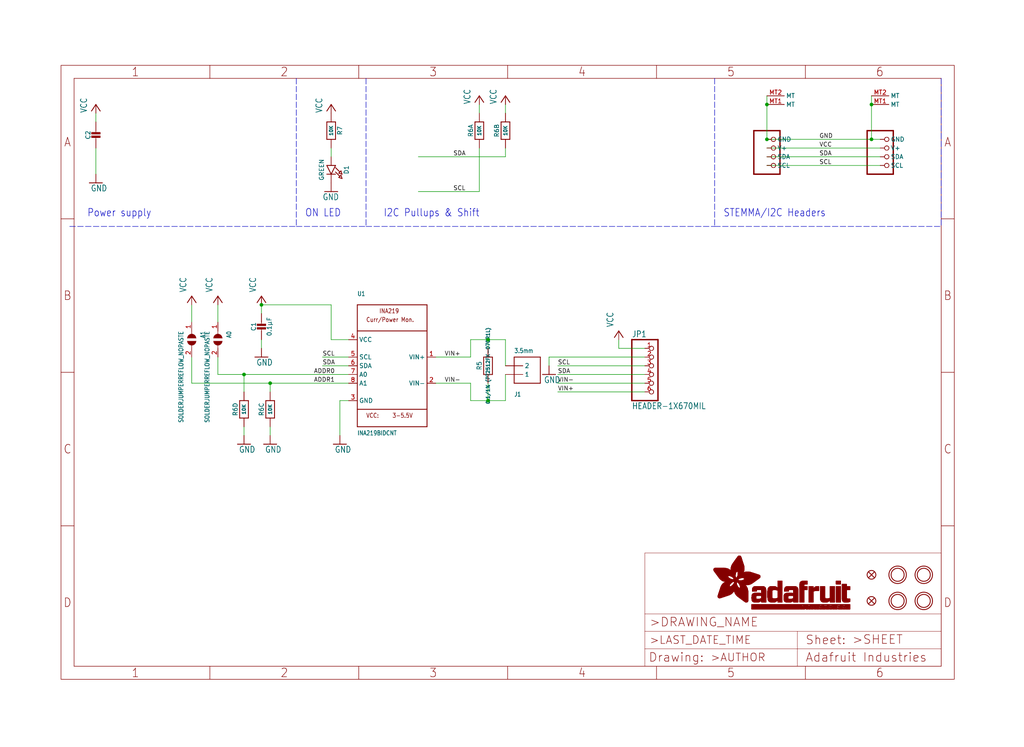
<source format=kicad_sch>
(kicad_sch (version 20211123) (generator eeschema)
  (paper "User" 298.45 217.881)
  (lib_symbols
    (symbol "eagleSchem-eagle-import:CAP_CERAMIC0603_NO"
      (property "Reference" "C" (at -2.29 1.25 90))
      (property "Value" "CAP_CERAMIC0603_NO" (at 2.3 1.25 90))
      (symbol "CAP_CERAMIC0603_NO_1_0"
        (pin passive line (at 0 5.08 270) (length 2.54) (name "1") (number "1"))
        (pin passive line (at 0 -2.54 90) (length 2.54) (name "2") (number "2"))
      )
    )
    (symbol "eagleSchem-eagle-import:CAP_CERAMIC0805-NOOUTLINE"
      (property "Reference" "C" (at -2.29 1.25 90))
      (property "Value" "CAP_CERAMIC0805-NOOUTLINE" (at 2.3 1.25 90))
      (symbol "CAP_CERAMIC0805-NOOUTLINE_1_0"
        (pin passive line (at 0 5.08 270) (length 2.54) (name "1") (number "1"))
        (pin passive line (at 0 -2.54 90) (length 2.54) (name "2") (number "2"))
      )
    )
    (symbol "eagleSchem-eagle-import:FIDUCIAL_1MM")
    (symbol "eagleSchem-eagle-import:FRAME_A4_ADAFRUIT"
      (symbol "FRAME_A4_ADAFRUIT_0_0"
        (text "1" (at 21.6958 1.905 0) (effects (font (size 2.54 2.286))))
        (text "1" (at 21.6958 177.165 0) (effects (font (size 2.54 2.286))))
        (text "2" (at 65.0875 1.905 0) (effects (font (size 2.54 2.286))))
        (text "2" (at 65.0875 177.165 0) (effects (font (size 2.54 2.286))))
        (text "3" (at 108.4792 1.905 0) (effects (font (size 2.54 2.286))))
        (text "3" (at 108.4792 177.165 0) (effects (font (size 2.54 2.286))))
        (text "4" (at 151.8708 1.905 0) (effects (font (size 2.54 2.286))))
        (text "4" (at 151.8708 177.165 0) (effects (font (size 2.54 2.286))))
        (text "5" (at 195.2625 1.905 0) (effects (font (size 2.54 2.286))))
        (text "5" (at 195.2625 177.165 0) (effects (font (size 2.54 2.286))))
        (text "6" (at 238.6542 1.905 0) (effects (font (size 2.54 2.286))))
        (text "6" (at 238.6542 177.165 0) (effects (font (size 2.54 2.286))))
        (text "A" (at 1.905 156.6863 0) (effects (font (size 2.54 2.286))))
        (text "A" (at 258.445 156.6863 0) (effects (font (size 2.54 2.286))))
        (text "B" (at 1.905 111.9188 0) (effects (font (size 2.54 2.286))))
        (text "B" (at 258.445 111.9188 0) (effects (font (size 2.54 2.286))))
        (text "C" (at 1.905 67.1513 0) (effects (font (size 2.54 2.286))))
        (text "C" (at 258.445 67.1513 0) (effects (font (size 2.54 2.286))))
        (text "D" (at 1.905 22.3838 0) (effects (font (size 2.54 2.286))))
        (text "D" (at 258.445 22.3838 0) (effects (font (size 2.54 2.286))))
      )
      (symbol "FRAME_A4_ADAFRUIT_1_0"
        (text ">AUTHOR" (at 189.23 5.08 0) (effects (font (size 2.286 2.286)) (justify left bottom)))
        (text ">DRAWING_NAME" (at 171.45 15.24 0) (effects (font (size 2.54 2.54)) (justify left bottom)))
        (text ">LAST_DATE_TIME" (at 171.45 10.16 0) (effects (font (size 2.286 2.286)) (justify left bottom)))
        (text ">SHEET" (at 230.505 10.16 0) (effects (font (size 2.54 2.54)) (justify left bottom)))
        (text "Adafruit Industries" (at 216.916 4.953 0) (effects (font (size 2.54 2.54)) (justify left bottom)))
        (text "Drawing:" (at 171.196 4.953 0) (effects (font (size 2.54 2.54)) (justify left bottom)))
        (text "Sheet:" (at 216.916 10.033 0) (effects (font (size 2.54 2.54)) (justify left bottom)))
      )
    )
    (symbol "eagleSchem-eagle-import:GND" (power)
      (property "Value" "GND" (at -2.54 -2.54 0))
      (symbol "GND_1_0"
        (pin power_in line (at 0 2.54 270) (length 2.54) (name "GND") (number "1"))
      )
    )
    (symbol "eagleSchem-eagle-import:HEADER-1X670MIL"
      (property "Reference" "JP" (at -6.35 10.795 0))
      (property "Value" "HEADER-1X670MIL" (at -6.35 -10.16 0))
      (symbol "HEADER-1X670MIL_1_0"
        (pin passive inverted (at -2.54 7.62 0) (length 2.54) (name "1") (number "1"))
        (pin passive inverted (at -2.54 5.08 0) (length 2.54) (name "2") (number "2"))
        (pin passive inverted (at -2.54 2.54 0) (length 2.54) (name "3") (number "3"))
        (pin passive inverted (at -2.54 0 0) (length 2.54) (name "4") (number "4"))
        (pin passive inverted (at -2.54 -2.54 0) (length 2.54) (name "5") (number "5"))
        (pin passive inverted (at -2.54 -5.08 0) (length 2.54) (name "6") (number "6"))
      )
    )
    (symbol "eagleSchem-eagle-import:INA219"
      (property "Reference" "U" (at -10.16 20.32 0))
      (property "Value" "INA219" (at -10.16 -20.32 0))
      (symbol "INA219_1_0"
        (text "3-5.5V" (at 0 -15.24 0) (effects (font (size 1.27 1.0795)) (justify left bottom)))
        (text "Curr/Power Mon." (at -7.62 12.7 0) (effects (font (size 1.27 1.0795)) (justify left bottom)))
        (text "INA219" (at -3.81 15.24 0) (effects (font (size 1.27 1.0795)) (justify left bottom)))
        (text "VCC:" (at -7.62 -15.24 0) (effects (font (size 1.27 1.0795)) (justify left bottom)))
        (pin bidirectional line (at 12.7 2.54 180) (length 2.54) (name "VIN+") (number "1"))
        (pin bidirectional line (at 12.7 -5.08 180) (length 2.54) (name "VIN-") (number "2"))
        (pin power_in line (at -12.7 -10.16 0) (length 2.54) (name "GND") (number "3"))
        (pin power_in line (at -12.7 7.62 0) (length 2.54) (name "VCC") (number "4"))
        (pin bidirectional line (at -12.7 2.54 0) (length 2.54) (name "SCL") (number "5"))
        (pin bidirectional line (at -12.7 0 0) (length 2.54) (name "SDA") (number "6"))
        (pin bidirectional line (at -12.7 -2.54 0) (length 2.54) (name "A0") (number "7"))
        (pin bidirectional line (at -12.7 -5.08 0) (length 2.54) (name "A1") (number "8"))
      )
    )
    (symbol "eagleSchem-eagle-import:LED0603_NOOUTLINE"
      (property "Reference" "D" (at -1.27 4.445 0))
      (property "Value" "LED0603_NOOUTLINE" (at -1.27 -2.794 0))
      (symbol "LED0603_NOOUTLINE_1_0"
        (pin passive line (at -5.08 0 0) (length 2.54) (name "A") (number "A"))
        (pin passive line (at 2.54 0 180) (length 2.54) (name "C") (number "C"))
      )
    )
    (symbol "eagleSchem-eagle-import:MOUNTINGHOLE2.5")
    (symbol "eagleSchem-eagle-import:RESISTOR2512"
      (property "Reference" "R" (at 0 2.54 0))
      (property "Value" "RESISTOR2512" (at 0 0 0))
      (symbol "RESISTOR2512_1_0"
        (pin passive line (at -5.08 0 0) (length 2.54) (name "1") (number "1"))
        (pin passive line (at 5.08 0 180) (length 2.54) (name "2") (number "2"))
      )
    )
    (symbol "eagleSchem-eagle-import:RESISTOR_0603_NOOUT"
      (property "Reference" "R" (at 0 2.54 0))
      (property "Value" "RESISTOR_0603_NOOUT" (at 0 0 0))
      (symbol "RESISTOR_0603_NOOUT_1_0"
        (pin passive line (at -5.08 0 0) (length 2.54) (name "1") (number "1"))
        (pin passive line (at 5.08 0 180) (length 2.54) (name "2") (number "2"))
      )
    )
    (symbol "eagleSchem-eagle-import:RESISTOR_4PACK"
      (property "Reference" "R" (at 0 2.54 0))
      (property "Value" "RESISTOR_4PACK" (at 0 0 0))
      (symbol "RESISTOR_4PACK_1_0"
        (pin passive line (at -5.08 0 0) (length 2.54) (name "1") (number "1"))
        (pin passive line (at 5.08 0 180) (length 2.54) (name "2") (number "8"))
      )
      (symbol "RESISTOR_4PACK_2_0"
        (pin passive line (at -5.08 0 0) (length 2.54) (name "1") (number "2"))
        (pin passive line (at 5.08 0 180) (length 2.54) (name "2") (number "7"))
      )
      (symbol "RESISTOR_4PACK_3_0"
        (pin passive line (at -5.08 0 0) (length 2.54) (name "1") (number "3"))
        (pin passive line (at 5.08 0 180) (length 2.54) (name "2") (number "6"))
      )
      (symbol "RESISTOR_4PACK_4_0"
        (pin passive line (at -5.08 0 0) (length 2.54) (name "1") (number "4"))
        (pin passive line (at 5.08 0 180) (length 2.54) (name "2") (number "5"))
      )
    )
    (symbol "eagleSchem-eagle-import:SOLDERJUMPERREFLOW_NOPASTE"
      (property "Reference" "SJ" (at -2.54 2.54 0))
      (property "Value" "SOLDERJUMPERREFLOW_NOPASTE" (at -2.54 -3.81 0))
      (symbol "SOLDERJUMPERREFLOW_NOPASTE_1_0"
        (pin passive line (at -5.08 0 0) (length 2.54) (name "1") (number "1"))
        (pin passive line (at 5.08 0 180) (length 2.54) (name "2") (number "2"))
      )
    )
    (symbol "eagleSchem-eagle-import:STEMMA_I2C_QT"
      (symbol "STEMMA_I2C_QT_1_0"
        (pin passive inverted (at 0 5.08 0) (length 2.54) (name "GND") (number "1"))
        (pin passive inverted (at 0 2.54 0) (length 2.54) (name "V+") (number "2"))
        (pin passive inverted (at 0 0 0) (length 2.54) (name "SDA") (number "3"))
        (pin passive inverted (at 0 -2.54 0) (length 2.54) (name "SCL") (number "4"))
      )
      (symbol "STEMMA_I2C_QT_2_0"
        (pin bidirectional line (at 0 0 0) (length 5.08) (name "MT") (number "MT1"))
      )
      (symbol "STEMMA_I2C_QT_3_0"
        (pin bidirectional line (at 0 0 0) (length 5.08) (name "MT") (number "MT2"))
      )
    )
    (symbol "eagleSchem-eagle-import:TERMBLOCK_1X2_3.5MM"
      (property "Reference" "X" (at -2.54 7.62 0))
      (property "Value" "TERMBLOCK_1X2_3.5MM" (at -2.54 -5.08 0))
      (symbol "TERMBLOCK_1X2_3.5MM_1_0"
        (pin passive line (at -5.08 2.54 0) (length 5.08) (name "1") (number "1"))
        (pin passive line (at -5.08 0 0) (length 5.08) (name "2") (number "2"))
      )
    )
    (symbol "eagleSchem-eagle-import:VCC" (power)
      (property "Value" "VCC" (at -2.54 -2.54 90))
      (symbol "VCC_1_0"
        (pin power_in line (at 0 -2.54 90) (length 2.54) (name "VCC") (number "1"))
      )
    )
  )
  (junction (at 142.24 99.06))
  (junction (at 223.52 40.64))
  (junction (at 142.24 116.84))
  (junction (at 254 30.48))
  (junction (at 223.52 30.48))
  (junction (at 78.74 111.76))
  (junction (at 71.12 109.22))
  (junction (at 254 40.64))
  (junction (at 76.2 88.9))
  (wire (pts (xy 78.74 111.76) (xy 78.74 114.3)))
  (wire (pts (xy 147.32 33.02) (xy 147.32 30.48)))
  (polyline (pts (xy 106.68 66.04) (xy 208.28 66.04)))
  (wire (pts (xy 99.06 116.84) (xy 99.06 127)))
  (wire (pts (xy 101.6 99.06) (xy 96.52 99.06)))
  (wire (pts (xy 254 40.64) (xy 223.52 40.64)))
  (wire (pts (xy 147.32 116.84) (xy 147.32 109.22)))
  (wire (pts (xy 96.52 99.06) (xy 96.52 88.9)))
  (wire (pts (xy 139.7 55.88) (xy 121.92 55.88)))
  (wire (pts (xy 223.52 43.18) (xy 256.54 43.18)))
  (wire (pts (xy 78.74 124.46) (xy 78.74 127)))
  (wire (pts (xy 147.32 106.68) (xy 147.32 99.06)))
  (wire (pts (xy 187.96 111.76) (xy 162.56 111.76)))
  (wire (pts (xy 160.02 104.14) (xy 160.02 106.68)))
  (wire (pts (xy 71.12 109.22) (xy 63.5 109.22)))
  (wire (pts (xy 139.7 30.48) (xy 139.7 33.02)))
  (wire (pts (xy 27.94 50.8) (xy 27.94 43.18)))
  (polyline (pts (xy 86.36 22.86) (xy 86.36 66.04)))
  (polyline (pts (xy 274.32 22.86) (xy 274.32 66.04)))
  (wire (pts (xy 101.6 116.84) (xy 99.06 116.84)))
  (wire (pts (xy 147.32 99.06) (xy 142.24 99.06)))
  (wire (pts (xy 147.32 45.72) (xy 121.92 45.72)))
  (wire (pts (xy 76.2 88.9) (xy 76.2 91.44)))
  (wire (pts (xy 180.34 101.6) (xy 180.34 99.06)))
  (wire (pts (xy 142.24 116.84) (xy 142.24 111.76)))
  (polyline (pts (xy 86.36 66.04) (xy 106.68 66.04)))
  (wire (pts (xy 71.12 109.22) (xy 71.12 114.3)))
  (wire (pts (xy 55.88 93.98) (xy 55.88 88.9)))
  (wire (pts (xy 187.96 109.22) (xy 162.56 109.22)))
  (wire (pts (xy 137.16 99.06) (xy 142.24 99.06)))
  (wire (pts (xy 63.5 109.22) (xy 63.5 104.14)))
  (wire (pts (xy 256.54 40.64) (xy 254 40.64)))
  (wire (pts (xy 187.96 101.6) (xy 180.34 101.6)))
  (wire (pts (xy 187.96 104.14) (xy 160.02 104.14)))
  (wire (pts (xy 137.16 111.76) (xy 137.16 116.84)))
  (wire (pts (xy 101.6 111.76) (xy 78.74 111.76)))
  (wire (pts (xy 127 104.14) (xy 137.16 104.14)))
  (wire (pts (xy 71.12 124.46) (xy 71.12 127)))
  (wire (pts (xy 139.7 43.18) (xy 139.7 55.88)))
  (wire (pts (xy 127 111.76) (xy 137.16 111.76)))
  (wire (pts (xy 223.52 48.26) (xy 256.54 48.26)))
  (wire (pts (xy 254 30.48) (xy 254 40.64)))
  (wire (pts (xy 137.16 116.84) (xy 142.24 116.84)))
  (wire (pts (xy 142.24 116.84) (xy 147.32 116.84)))
  (wire (pts (xy 142.24 99.06) (xy 142.24 101.6)))
  (polyline (pts (xy 106.68 22.86) (xy 106.68 66.04)))
  (wire (pts (xy 96.52 88.9) (xy 76.2 88.9)))
  (wire (pts (xy 187.96 114.3) (xy 162.56 114.3)))
  (wire (pts (xy 147.32 43.18) (xy 147.32 45.72)))
  (polyline (pts (xy 20.32 66.04) (xy 86.36 66.04)))
  (wire (pts (xy 76.2 99.06) (xy 76.2 101.6)))
  (wire (pts (xy 223.52 27.94) (xy 223.52 30.48)))
  (wire (pts (xy 187.96 106.68) (xy 162.56 106.68)))
  (wire (pts (xy 63.5 93.98) (xy 63.5 88.9)))
  (wire (pts (xy 78.74 111.76) (xy 55.88 111.76)))
  (wire (pts (xy 137.16 104.14) (xy 137.16 99.06)))
  (wire (pts (xy 27.94 33.02) (xy 27.94 35.56)))
  (wire (pts (xy 101.6 106.68) (xy 93.98 106.68)))
  (wire (pts (xy 101.6 109.22) (xy 71.12 109.22)))
  (wire (pts (xy 256.54 45.72) (xy 223.52 45.72)))
  (wire (pts (xy 55.88 111.76) (xy 55.88 104.14)))
  (wire (pts (xy 254 27.94) (xy 254 30.48)))
  (wire (pts (xy 101.6 104.14) (xy 93.98 104.14)))
  (wire (pts (xy 96.52 45.72) (xy 96.52 43.18)))
  (polyline (pts (xy 208.28 66.04) (xy 274.32 66.04)))
  (polyline (pts (xy 208.28 22.86) (xy 208.28 66.04)))
  (wire (pts (xy 223.52 30.48) (xy 223.52 40.64)))
  (text "Power supply" (at 25.4 63.5 180) (effects (font (size 2.1844 1.8567)) (justify left bottom)))
  (text "I2C Pullups & Shift" (at 111.76 63.5 180) (effects (font (size 2.1844 1.8567)) (justify left bottom)))
  (text "ON LED" (at 88.9 63.5 180) (effects (font (size 2.1844 1.8567)) (justify left bottom)))
  (text "STEMMA/I2C Headers" (at 210.82 63.5 180) (effects (font (size 2.1844 1.8567)) (justify left bottom)))
  (label "GND" (at 238.76 40.64 0) (effects (font (size 1.2446 1.2446))))
  (label "SCL" (at 93.98 104.14 0) (effects (font (size 1.2446 1.2446))))
  (label "VIN-" (at 129.54 111.76 0) (effects (font (size 1.2446 1.2446))))
  (label "SDA" (at 132.08 45.72 0) (effects (font (size 1.2446 1.2446))))
  (label "ADDR0" (at 91.44 109.22 0) (effects (font (size 1.2446 1.2446))))
  (label "SCL" (at 162.56 106.68 0) (effects (font (size 1.2446 1.2446))))
  (label "VCC" (at 238.76 43.18 0) (effects (font (size 1.2446 1.2446))))
  (label "SDA" (at 162.56 109.22 0) (effects (font (size 1.2446 1.2446))))
  (label "VIN-" (at 162.56 111.76 0) (effects (font (size 1.2446 1.2446))))
  (label "ADDR1" (at 91.44 111.76 0) (effects (font (size 1.2446 1.2446))))
  (label "SDA" (at 238.76 45.72 0) (effects (font (size 1.2446 1.2446))))
  (label "VIN+" (at 162.56 114.3 0) (effects (font (size 1.2446 1.2446))))
  (label "SCL" (at 132.08 55.88 0) (effects (font (size 1.2446 1.2446))))
  (label "SDA" (at 93.98 106.68 0) (effects (font (size 1.2446 1.2446))))
  (label "VIN+" (at 129.54 104.14 0) (effects (font (size 1.2446 1.2446))))
  (label "SCL" (at 238.76 48.26 0) (effects (font (size 1.2446 1.2446))))
  (symbol (lib_id "eagleSchem-eagle-import:VCC") (at 139.7 27.94 0) (unit 1)
    (property "Reference" "#P+7" (effects hide))
    (property "Value" "VCC" (at 137.16 30.48 90) (effects (font (size 1.778 1.5113)) (justify left bottom)))
    (property "Footprint" "eagleSchem:" (effects hide))
  )
  (symbol (lib_id "eagleSchem-eagle-import:SOLDERJUMPERREFLOW_NOPASTE") (at 63.5 99.06 270) (unit 1)
    (property "Reference" "A0" (at 66.04 96.52 0) (effects (font (size 1.27 1.0795)) (justify left bottom)))
    (property "Value" "SOLDERJUMPERREFLOW_NOPASTE" (at 59.69 96.52 0) (effects (font (size 1.27 1.0795)) (justify left bottom)))
    (property "Footprint" "eagleSchem:SOLDERJUMPER_REFLOW_NOPASTE" (effects hide))
  )
  (symbol (lib_id "eagleSchem-eagle-import:STEMMA_I2C_QT") (at 223.52 27.94 0) (unit 3)
    (property "Reference" "CONN3" (effects hide))
    (property "Value" "STEMMA_I2C_QT" (effects hide))
    (property "Footprint" "eagleSchem:JST_SH4" (effects hide))
  )
  (symbol (lib_id "eagleSchem-eagle-import:MOUNTINGHOLE2.5") (at 261.62 175.26 0) (unit 1)
    (property "Reference" "U$20" (effects hide))
    (property "Value" "MOUNTINGHOLE2.5" (effects hide))
    (property "Footprint" "eagleSchem:MOUNTINGHOLE_2.5_PLATED" (effects hide))
  )
  (symbol (lib_id "eagleSchem-eagle-import:RESISTOR2512") (at 142.24 106.68 90) (unit 1)
    (property "Reference" "R5" (at 139.7 106.68 0))
    (property "Value" "0.1/1% (PT2512FK-070R1L)" (at 142.24 106.68 0) (effects (font (size 1.016 1.016) bold)))
    (property "Footprint" "eagleSchem:2512" (effects hide))
  )
  (symbol (lib_id "eagleSchem-eagle-import:FRAME_A4_ADAFRUIT") (at 17.78 198.12 0) (unit 1)
    (property "Reference" "#U$22" (effects hide))
    (property "Value" "FRAME_A4_ADAFRUIT" (effects hide))
    (property "Footprint" "eagleSchem:" (effects hide))
  )
  (symbol (lib_id "eagleSchem-eagle-import:GND") (at 96.52 55.88 0) (unit 1)
    (property "Reference" "#GND6" (effects hide))
    (property "Value" "GND" (at 93.98 58.42 0) (effects (font (size 1.778 1.5113)) (justify left bottom)))
    (property "Footprint" "eagleSchem:" (effects hide))
  )
  (symbol (lib_id "eagleSchem-eagle-import:STEMMA_I2C_QT") (at 254 27.94 0) (unit 3)
    (property "Reference" "CONN4" (effects hide))
    (property "Value" "STEMMA_I2C_QT" (effects hide))
    (property "Footprint" "eagleSchem:JST_SH4" (effects hide))
  )
  (symbol (lib_id "eagleSchem-eagle-import:RESISTOR_0603_NOOUT") (at 96.52 38.1 270) (unit 1)
    (property "Reference" "R7" (at 99.06 38.1 0))
    (property "Value" "10K" (at 96.52 38.1 0) (effects (font (size 1.016 1.016) bold)))
    (property "Footprint" "eagleSchem:0603-NO" (effects hide))
  )
  (symbol (lib_id "eagleSchem-eagle-import:RESISTOR_4PACK") (at 78.74 119.38 90) (unit 3)
    (property "Reference" "R6" (at 76.2 119.38 0))
    (property "Value" "10K" (at 78.74 119.38 0) (effects (font (size 1.016 1.016) bold)))
    (property "Footprint" "eagleSchem:RESPACK_4X0603" (effects hide))
  )
  (symbol (lib_id "eagleSchem-eagle-import:LED0603_NOOUTLINE") (at 96.52 50.8 270) (unit 1)
    (property "Reference" "D1" (at 100.965 49.53 0))
    (property "Value" "GREEN" (at 93.726 49.53 0))
    (property "Footprint" "eagleSchem:CHIPLED_0603_NOOUTLINE" (effects hide))
  )
  (symbol (lib_id "eagleSchem-eagle-import:GND") (at 27.94 53.34 0) (unit 1)
    (property "Reference" "#U$13" (effects hide))
    (property "Value" "GND" (at 26.416 55.88 0) (effects (font (size 1.778 1.5113)) (justify left bottom)))
    (property "Footprint" "eagleSchem:" (effects hide))
  )
  (symbol (lib_id "eagleSchem-eagle-import:STEMMA_I2C_QT") (at 223.52 45.72 0) (unit 1)
    (property "Reference" "CONN3" (effects hide))
    (property "Value" "STEMMA_I2C_QT" (effects hide))
    (property "Footprint" "eagleSchem:JST_SH4" (effects hide))
  )
  (symbol (lib_id "eagleSchem-eagle-import:RESISTOR_4PACK") (at 147.32 38.1 90) (unit 2)
    (property "Reference" "R6" (at 144.78 38.1 0))
    (property "Value" "10K" (at 147.32 38.1 0) (effects (font (size 1.016 1.016) bold)))
    (property "Footprint" "eagleSchem:RESPACK_4X0603" (effects hide))
  )
  (symbol (lib_id "eagleSchem-eagle-import:VCC") (at 55.88 86.36 0) (unit 1)
    (property "Reference" "#P+1" (effects hide))
    (property "Value" "VCC" (at 54.356 85.344 90) (effects (font (size 1.778 1.5113)) (justify left bottom)))
    (property "Footprint" "eagleSchem:" (effects hide))
  )
  (symbol (lib_id "eagleSchem-eagle-import:RESISTOR_4PACK") (at 71.12 119.38 90) (unit 4)
    (property "Reference" "R6" (at 68.58 119.38 0))
    (property "Value" "10K" (at 71.12 119.38 0) (effects (font (size 1.016 1.016) bold)))
    (property "Footprint" "eagleSchem:RESPACK_4X0603" (effects hide))
  )
  (symbol (lib_id "eagleSchem-eagle-import:VCC") (at 63.5 86.36 0) (unit 1)
    (property "Reference" "#P+2" (effects hide))
    (property "Value" "VCC" (at 61.976 85.344 90) (effects (font (size 1.778 1.5113)) (justify left bottom)))
    (property "Footprint" "eagleSchem:" (effects hide))
  )
  (symbol (lib_id "eagleSchem-eagle-import:RESISTOR_4PACK") (at 139.7 38.1 90) (unit 1)
    (property "Reference" "R6" (at 137.16 38.1 0))
    (property "Value" "10K" (at 139.7 38.1 0) (effects (font (size 1.016 1.016) bold)))
    (property "Footprint" "eagleSchem:RESPACK_4X0603" (effects hide))
  )
  (symbol (lib_id "eagleSchem-eagle-import:TERMBLOCK_1X2_3.5MM") (at 152.4 106.68 0) (mirror x) (unit 1)
    (property "Reference" "J1" (at 149.86 114.3 0) (effects (font (size 1.27 1.0795)) (justify left bottom)))
    (property "Value" "3.5mm" (at 149.86 101.6 0) (effects (font (size 1.27 1.0795)) (justify left bottom)))
    (property "Footprint" "eagleSchem:TERMBLOCK_1X2-3.5MM" (effects hide))
  )
  (symbol (lib_id "eagleSchem-eagle-import:VCC") (at 147.32 27.94 0) (unit 1)
    (property "Reference" "#P+8" (effects hide))
    (property "Value" "VCC" (at 144.78 30.48 90) (effects (font (size 1.778 1.5113)) (justify left bottom)))
    (property "Footprint" "eagleSchem:" (effects hide))
  )
  (symbol (lib_id "eagleSchem-eagle-import:VCC") (at 180.34 96.52 0) (unit 1)
    (property "Reference" "#P+4" (effects hide))
    (property "Value" "VCC" (at 178.816 95.504 90) (effects (font (size 1.778 1.5113)) (justify left bottom)))
    (property "Footprint" "eagleSchem:" (effects hide))
  )
  (symbol (lib_id "eagleSchem-eagle-import:FIDUCIAL_1MM") (at 254 175.26 0) (unit 1)
    (property "Reference" "FID3" (effects hide))
    (property "Value" "FIDUCIAL_1MM" (effects hide))
    (property "Footprint" "eagleSchem:FIDUCIAL_1MM" (effects hide))
  )
  (symbol (lib_id "eagleSchem-eagle-import:VCC") (at 76.2 86.36 0) (unit 1)
    (property "Reference" "#P+3" (effects hide))
    (property "Value" "VCC" (at 74.676 85.344 90) (effects (font (size 1.778 1.5113)) (justify left bottom)))
    (property "Footprint" "eagleSchem:" (effects hide))
  )
  (symbol (lib_id "eagleSchem-eagle-import:GND") (at 78.74 129.54 0) (unit 1)
    (property "Reference" "#U$3" (effects hide))
    (property "Value" "GND" (at 77.216 132.08 0) (effects (font (size 1.778 1.5113)) (justify left bottom)))
    (property "Footprint" "eagleSchem:" (effects hide))
  )
  (symbol (lib_id "eagleSchem-eagle-import:INA219") (at 114.3 106.68 0) (unit 1)
    (property "Reference" "U1" (at 104.14 86.36 0) (effects (font (size 1.27 1.0795)) (justify left bottom)))
    (property "Value" "INA219BIDCNT" (at 104.14 127 0) (effects (font (size 1.27 1.0795)) (justify left bottom)))
    (property "Footprint" "eagleSchem:SOT23-8" (effects hide))
  )
  (symbol (lib_id "eagleSchem-eagle-import:VCC") (at 27.94 30.48 0) (unit 1)
    (property "Reference" "#P+9" (effects hide))
    (property "Value" "VCC" (at 25.4 33.02 90) (effects (font (size 1.778 1.5113)) (justify left bottom)))
    (property "Footprint" "eagleSchem:" (effects hide))
  )
  (symbol (lib_id "eagleSchem-eagle-import:STEMMA_I2C_QT") (at 223.52 30.48 0) (unit 2)
    (property "Reference" "CONN3" (effects hide))
    (property "Value" "STEMMA_I2C_QT" (effects hide))
    (property "Footprint" "eagleSchem:JST_SH4" (effects hide))
  )
  (symbol (lib_id "eagleSchem-eagle-import:GND") (at 160.02 109.22 0) (unit 1)
    (property "Reference" "#U$6" (effects hide))
    (property "Value" "GND" (at 158.496 111.76 0) (effects (font (size 1.778 1.5113)) (justify left bottom)))
    (property "Footprint" "eagleSchem:" (effects hide))
  )
  (symbol (lib_id "eagleSchem-eagle-import:HEADER-1X670MIL") (at 190.5 109.22 0) (unit 1)
    (property "Reference" "JP1" (at 184.15 98.425 0) (effects (font (size 1.778 1.5113)) (justify left bottom)))
    (property "Value" "HEADER-1X670MIL" (at 184.15 119.38 0) (effects (font (size 1.778 1.5113)) (justify left bottom)))
    (property "Footprint" "eagleSchem:1X06_ROUND_70" (effects hide))
  )
  (symbol (lib_id "eagleSchem-eagle-import:GND") (at 71.12 129.54 0) (unit 1)
    (property "Reference" "#U$2" (effects hide))
    (property "Value" "GND" (at 69.596 132.08 0) (effects (font (size 1.778 1.5113)) (justify left bottom)))
    (property "Footprint" "eagleSchem:" (effects hide))
  )
  (symbol (lib_id "eagleSchem-eagle-import:MOUNTINGHOLE2.5") (at 261.62 167.64 0) (unit 1)
    (property "Reference" "U$21" (effects hide))
    (property "Value" "MOUNTINGHOLE2.5" (effects hide))
    (property "Footprint" "eagleSchem:MOUNTINGHOLE_2.5_PLATED" (effects hide))
  )
  (symbol (lib_id "eagleSchem-eagle-import:MOUNTINGHOLE2.5") (at 269.24 167.64 0) (unit 1)
    (property "Reference" "U$25" (effects hide))
    (property "Value" "MOUNTINGHOLE2.5" (effects hide))
    (property "Footprint" "eagleSchem:MOUNTINGHOLE_2.5_PLATED" (effects hide))
  )
  (symbol (lib_id "eagleSchem-eagle-import:STEMMA_I2C_QT") (at 254 30.48 0) (unit 2)
    (property "Reference" "CONN4" (effects hide))
    (property "Value" "STEMMA_I2C_QT" (effects hide))
    (property "Footprint" "eagleSchem:JST_SH4" (effects hide))
  )
  (symbol (lib_id "eagleSchem-eagle-import:CAP_CERAMIC0805-NOOUTLINE") (at 27.94 40.64 0) (unit 1)
    (property "Reference" "C2" (at 25.65 39.39 90))
    (property "Value" "10uF" (effects hide))
    (property "Footprint" "eagleSchem:0805-NO" (effects hide))
  )
  (symbol (lib_id "eagleSchem-eagle-import:GND") (at 99.06 129.54 0) (unit 1)
    (property "Reference" "#U$4" (effects hide))
    (property "Value" "GND" (at 97.536 132.08 0) (effects (font (size 1.778 1.5113)) (justify left bottom)))
    (property "Footprint" "eagleSchem:" (effects hide))
  )
  (symbol (lib_id "eagleSchem-eagle-import:VCC") (at 96.52 30.48 0) (unit 1)
    (property "Reference" "#P+5" (effects hide))
    (property "Value" "VCC" (at 93.98 33.02 90) (effects (font (size 1.778 1.5113)) (justify left bottom)))
    (property "Footprint" "eagleSchem:" (effects hide))
  )
  (symbol (lib_id "eagleSchem-eagle-import:GND") (at 76.2 104.14 0) (unit 1)
    (property "Reference" "#U$5" (effects hide))
    (property "Value" "GND" (at 74.676 106.68 0) (effects (font (size 1.778 1.5113)) (justify left bottom)))
    (property "Footprint" "eagleSchem:" (effects hide))
  )
  (symbol (lib_id "eagleSchem-eagle-import:FIDUCIAL_1MM") (at 254 167.64 0) (unit 1)
    (property "Reference" "FID4" (effects hide))
    (property "Value" "FIDUCIAL_1MM" (effects hide))
    (property "Footprint" "eagleSchem:FIDUCIAL_1MM" (effects hide))
  )
  (symbol (lib_id "eagleSchem-eagle-import:STEMMA_I2C_QT") (at 256.54 45.72 0) (unit 1)
    (property "Reference" "CONN4" (effects hide))
    (property "Value" "STEMMA_I2C_QT" (effects hide))
    (property "Footprint" "eagleSchem:JST_SH4" (effects hide))
  )
  (symbol (lib_id "eagleSchem-eagle-import:SOLDERJUMPERREFLOW_NOPASTE") (at 55.88 99.06 270) (unit 1)
    (property "Reference" "A1" (at 58.42 96.52 0) (effects (font (size 1.27 1.0795)) (justify left bottom)))
    (property "Value" "SOLDERJUMPERREFLOW_NOPASTE" (at 52.07 96.52 0) (effects (font (size 1.27 1.0795)) (justify left bottom)))
    (property "Footprint" "eagleSchem:SOLDERJUMPER_REFLOW_NOPASTE" (effects hide))
  )
  (symbol (lib_id "eagleSchem-eagle-import:CAP_CERAMIC0603_NO") (at 76.2 96.52 0) (unit 1)
    (property "Reference" "C1" (at 73.91 95.27 90))
    (property "Value" "0.1µF" (at 78.5 95.27 90))
    (property "Footprint" "eagleSchem:0603-NO" (effects hide))
  )
  (symbol (lib_id "eagleSchem-eagle-import:MOUNTINGHOLE2.5") (at 269.24 175.26 0) (unit 1)
    (property "Reference" "U$27" (effects hide))
    (property "Value" "MOUNTINGHOLE2.5" (effects hide))
    (property "Footprint" "eagleSchem:MOUNTINGHOLE_2.5_PLATED" (effects hide))
  )
)
</source>
